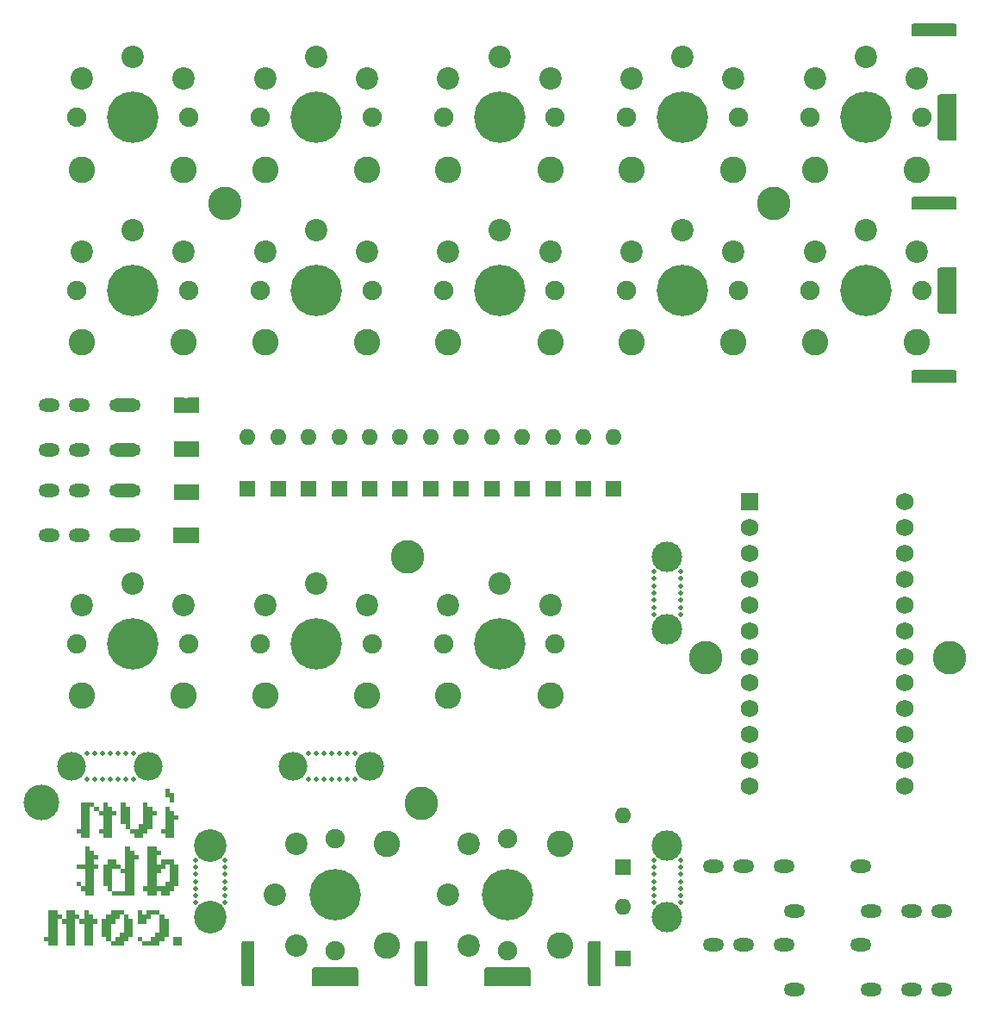
<source format=gbs>
%TF.GenerationSoftware,KiCad,Pcbnew,9.0.2*%
%TF.CreationDate,2026-01-27T22:30:12+01:00*%
%TF.ProjectId,obiwanstenobit,6f626977-616e-4737-9465-6e6f6269742e,rev?*%
%TF.SameCoordinates,Original*%
%TF.FileFunction,Soldermask,Bot*%
%TF.FilePolarity,Negative*%
%FSLAX46Y46*%
G04 Gerber Fmt 4.6, Leading zero omitted, Abs format (unit mm)*
G04 Created by KiCad (PCBNEW 9.0.2) date 2026-01-27 22:30:12*
%MOMM*%
%LPD*%
G01*
G04 APERTURE LIST*
G04 Aperture macros list*
%AMRoundRect*
0 Rectangle with rounded corners*
0 $1 Rounding radius*
0 $2 $3 $4 $5 $6 $7 $8 $9 X,Y pos of 4 corners*
0 Add a 4 corners polygon primitive as box body*
4,1,4,$2,$3,$4,$5,$6,$7,$8,$9,$2,$3,0*
0 Add four circle primitives for the rounded corners*
1,1,$1+$1,$2,$3*
1,1,$1+$1,$4,$5*
1,1,$1+$1,$6,$7*
1,1,$1+$1,$8,$9*
0 Add four rect primitives between the rounded corners*
20,1,$1+$1,$2,$3,$4,$5,0*
20,1,$1+$1,$4,$5,$6,$7,0*
20,1,$1+$1,$6,$7,$8,$9,0*
20,1,$1+$1,$8,$9,$2,$3,0*%
%AMFreePoly0*
4,1,6,1.000000,0.000000,0.500000,-0.750000,-0.500000,-0.750000,-0.500000,0.750000,0.500000,0.750000,1.000000,0.000000,1.000000,0.000000,$1*%
%AMFreePoly1*
4,1,6,0.500000,-0.750000,-0.650000,-0.750000,-0.150000,0.000000,-0.650000,0.750000,0.500000,0.750000,0.500000,-0.750000,0.500000,-0.750000,$1*%
%AMFreePoly2*
4,1,15,-0.950000,1.965000,-0.942430,2.030251,-0.900124,2.126064,-0.826064,2.200124,-0.730251,2.242430,-0.665000,2.250000,0.950000,2.250000,0.950000,-2.250000,-0.665000,-2.250000,-0.730251,-2.242430,-0.826064,-2.200124,-0.900124,-2.126064,-0.942430,-2.030251,-0.950000,-1.965000,-0.950000,1.965000,-0.950000,1.965000,$1*%
G04 Aperture macros list end*
%ADD10C,0.150000*%
%ADD11C,1.900000*%
%ADD12C,2.600000*%
%ADD13C,5.050000*%
%ADD14C,2.200000*%
%ADD15O,2.100000X1.300000*%
%ADD16C,3.000000*%
%ADD17C,0.500000*%
%ADD18R,1.600000X1.600000*%
%ADD19O,1.600000X1.600000*%
%ADD20R,1.752600X1.752600*%
%ADD21C,1.752600*%
%ADD22C,3.208000*%
%ADD23C,3.300000*%
%ADD24O,3.100000X1.300000*%
%ADD25C,2.833000*%
%ADD26C,3.500000*%
%ADD27FreePoly0,0.000000*%
%ADD28FreePoly1,0.000000*%
%ADD29FreePoly2,0.000000*%
%ADD30RoundRect,0.190500X-0.444500X2.049500X-0.444500X-2.049500X0.444500X-2.049500X0.444500X2.049500X0*%
%ADD31RoundRect,0.190500X2.049500X0.444500X-2.049500X0.444500X-2.049500X-0.444500X2.049500X-0.444500X0*%
%ADD32FreePoly2,270.000000*%
G04 APERTURE END LIST*
D10*
G36*
X123312805Y-111910722D02*
G01*
X123312805Y-111473527D01*
X123312805Y-111036333D01*
X122875610Y-111036333D01*
X122875610Y-110599138D01*
X122438415Y-110599138D01*
X122438415Y-111036333D01*
X122438415Y-111473527D01*
X122875610Y-111473527D01*
X122875610Y-111910722D01*
X123312805Y-111910722D01*
G37*
G36*
X122875610Y-115408280D02*
G01*
X123312805Y-115408280D01*
X123312805Y-114971085D01*
X123312805Y-114533890D01*
X123312805Y-114096695D01*
X123312805Y-113659501D01*
X123750000Y-113659501D01*
X123750000Y-113222306D01*
X123312805Y-113222306D01*
X123312805Y-112785111D01*
X122875610Y-112785111D01*
X122875610Y-112347917D01*
X122438415Y-112347917D01*
X122438415Y-112785111D01*
X122438415Y-113222306D01*
X122438415Y-113659501D01*
X122438415Y-114096695D01*
X122438415Y-114533890D01*
X122001221Y-114533890D01*
X122001221Y-114971085D01*
X122438415Y-114971085D01*
X122438415Y-115408280D01*
X122875610Y-115408280D01*
G37*
G36*
X119817690Y-115408280D02*
G01*
X120254884Y-115408280D01*
X120254884Y-114971085D01*
X120692079Y-114971085D01*
X120692079Y-114533890D01*
X121129274Y-114533890D01*
X121129274Y-114096695D01*
X121129274Y-113659501D01*
X121129274Y-113222306D01*
X121566468Y-113222306D01*
X121566468Y-112785111D01*
X121129274Y-112785111D01*
X121129274Y-112347917D01*
X120692079Y-112347917D01*
X120692079Y-111910722D01*
X120254884Y-111910722D01*
X120254884Y-112347917D01*
X120254884Y-112785111D01*
X120254884Y-113222306D01*
X120254884Y-113659501D01*
X120254884Y-114096695D01*
X119817690Y-114096695D01*
X119817690Y-114533890D01*
X119380495Y-114533890D01*
X118943300Y-114533890D01*
X118943300Y-114971085D01*
X119380495Y-114971085D01*
X119380495Y-115408280D01*
X119817690Y-115408280D01*
G37*
G36*
X118943300Y-114533890D02*
G01*
X118943300Y-114096695D01*
X118943300Y-113659501D01*
X118943300Y-113222306D01*
X118943300Y-112785111D01*
X118943300Y-112347917D01*
X118506106Y-112347917D01*
X118506106Y-111910722D01*
X118068911Y-111910722D01*
X118068911Y-112347917D01*
X118068911Y-112785111D01*
X118068911Y-113222306D01*
X118068911Y-113659501D01*
X118068911Y-114096695D01*
X118506106Y-114096695D01*
X118506106Y-114533890D01*
X118943300Y-114533890D01*
G37*
G36*
X114568911Y-115408280D02*
G01*
X115006106Y-115408280D01*
X115006106Y-114971085D01*
X115006106Y-114533890D01*
X115006106Y-114096695D01*
X115006106Y-113659501D01*
X115006106Y-113222306D01*
X115006106Y-112785111D01*
X115006106Y-112347917D01*
X115443300Y-112347917D01*
X115443300Y-112785111D01*
X115880495Y-112785111D01*
X115880495Y-113222306D01*
X116317690Y-113222306D01*
X116317690Y-113659501D01*
X116317690Y-114096695D01*
X116317690Y-114533890D01*
X115880495Y-114533890D01*
X115880495Y-114971085D01*
X116317690Y-114971085D01*
X116317690Y-115408280D01*
X116754884Y-115408280D01*
X117192079Y-115408280D01*
X117192079Y-114971085D01*
X117192079Y-114533890D01*
X117192079Y-114096695D01*
X117192079Y-113659501D01*
X117192079Y-113222306D01*
X117629274Y-113222306D01*
X117629274Y-112785111D01*
X117192079Y-112785111D01*
X117192079Y-112347917D01*
X116754884Y-112347917D01*
X116754884Y-111910722D01*
X116317690Y-111910722D01*
X116317690Y-112347917D01*
X116317690Y-112785111D01*
X115880495Y-112785111D01*
X115880495Y-112347917D01*
X115443300Y-112347917D01*
X115443300Y-111910722D01*
X115006106Y-111910722D01*
X114568911Y-111910722D01*
X114131716Y-111910722D01*
X114131716Y-112347917D01*
X114131716Y-112785111D01*
X114131716Y-113222306D01*
X114131716Y-113659501D01*
X114131716Y-114096695D01*
X114131716Y-114533890D01*
X113694521Y-114533890D01*
X113694521Y-114971085D01*
X114131716Y-114971085D01*
X114131716Y-115408280D01*
X114568911Y-115408280D01*
G37*
G36*
X121564026Y-116702997D02*
G01*
X122001221Y-116702997D01*
X122001221Y-117140191D01*
X121564026Y-117140191D01*
X121564026Y-117577386D01*
X121564026Y-118014581D01*
X122001221Y-118014581D01*
X122001221Y-117577386D01*
X122438415Y-117577386D01*
X122875610Y-117577386D01*
X123312805Y-117577386D01*
X123312805Y-118014581D01*
X123750000Y-118014581D01*
X123750000Y-118451775D01*
X123750000Y-118888970D01*
X123750000Y-119326165D01*
X123750000Y-119763359D01*
X123750000Y-120200554D01*
X123312805Y-120200554D01*
X123312805Y-120637749D01*
X122875610Y-120637749D01*
X122875610Y-121074944D01*
X122438415Y-121074944D01*
X122001221Y-121074944D01*
X122001221Y-120637749D01*
X121564026Y-120637749D01*
X121564026Y-121074944D01*
X121126831Y-121074944D01*
X120689637Y-121074944D01*
X120689637Y-120637749D01*
X120252442Y-120637749D01*
X120252442Y-120200554D01*
X120689637Y-120200554D01*
X120689637Y-119763359D01*
X120689637Y-119326165D01*
X120689637Y-118888970D01*
X121564026Y-118888970D01*
X121564026Y-119326165D01*
X121564026Y-119763359D01*
X121564026Y-120200554D01*
X122001221Y-120200554D01*
X122438415Y-120200554D01*
X122438415Y-119763359D01*
X122875610Y-119763359D01*
X122875610Y-119326165D01*
X122875610Y-118888970D01*
X122875610Y-118451775D01*
X122875610Y-118014581D01*
X122438415Y-118014581D01*
X122438415Y-118451775D01*
X122001221Y-118451775D01*
X122001221Y-118888970D01*
X121564026Y-118888970D01*
X120689637Y-118888970D01*
X120689637Y-118451775D01*
X120689637Y-118014581D01*
X120689637Y-117577386D01*
X120689637Y-117140191D01*
X120689637Y-116702997D01*
X120689637Y-116265802D01*
X121126831Y-116265802D01*
X121564026Y-116265802D01*
X121564026Y-116702997D01*
G37*
G36*
X117626831Y-120637749D02*
G01*
X117189637Y-120637749D01*
X117189637Y-121074944D01*
X117626831Y-121074944D01*
X118064026Y-121074944D01*
X118501221Y-121074944D01*
X118938415Y-121074944D01*
X119375610Y-121074944D01*
X119375610Y-120637749D01*
X119375610Y-120200554D01*
X119375610Y-119763359D01*
X119375610Y-119326165D01*
X119375610Y-118888970D01*
X119375610Y-118451775D01*
X119375610Y-118014581D01*
X119375610Y-117577386D01*
X119812805Y-117577386D01*
X119812805Y-117140191D01*
X119375610Y-117140191D01*
X119375610Y-116702997D01*
X118938415Y-116702997D01*
X118938415Y-116265802D01*
X118501221Y-116265802D01*
X118501221Y-116702997D01*
X118501221Y-117140191D01*
X118501221Y-117577386D01*
X118501221Y-118014581D01*
X118501221Y-118451775D01*
X118064026Y-118451775D01*
X118064026Y-118888970D01*
X118501221Y-118888970D01*
X118501221Y-119326165D01*
X118501221Y-119763359D01*
X118501221Y-120200554D01*
X118501221Y-120637749D01*
X118064026Y-120637749D01*
X117626831Y-120637749D01*
G37*
G36*
X117189637Y-120637749D02*
G01*
X117189637Y-120200554D01*
X117189637Y-119763359D01*
X117189637Y-119326165D01*
X117189637Y-118888970D01*
X117189637Y-118451775D01*
X117626831Y-118451775D01*
X118064026Y-118451775D01*
X118064026Y-118014581D01*
X117626831Y-118014581D01*
X117626831Y-117577386D01*
X117189637Y-117577386D01*
X116752442Y-117577386D01*
X116752442Y-118014581D01*
X116315247Y-118014581D01*
X116315247Y-118451775D01*
X116315247Y-118888970D01*
X116315247Y-119326165D01*
X116315247Y-119763359D01*
X116315247Y-120200554D01*
X116752442Y-120200554D01*
X116752442Y-120637749D01*
X117189637Y-120637749D01*
G37*
G36*
X115001221Y-121074944D02*
G01*
X115438415Y-121074944D01*
X115438415Y-120637749D01*
X115438415Y-120200554D01*
X115438415Y-119763359D01*
X115438415Y-119326165D01*
X115438415Y-118888970D01*
X115438415Y-118451775D01*
X115875610Y-118451775D01*
X115875610Y-118014581D01*
X115438415Y-118014581D01*
X115438415Y-117577386D01*
X115875610Y-117577386D01*
X115875610Y-117140191D01*
X115438415Y-117140191D01*
X115438415Y-116702997D01*
X115001221Y-116702997D01*
X115001221Y-116265802D01*
X114564026Y-116265802D01*
X114564026Y-116702997D01*
X114564026Y-117140191D01*
X114564026Y-117577386D01*
X114564026Y-118014581D01*
X114126831Y-118014581D01*
X113689637Y-118014581D01*
X113689637Y-118451775D01*
X114126831Y-118451775D01*
X114564026Y-118451775D01*
X114564026Y-118888970D01*
X114564026Y-119326165D01*
X114564026Y-119763359D01*
X114564026Y-120200554D01*
X114126831Y-120200554D01*
X114126831Y-120637749D01*
X114564026Y-120637749D01*
X114564026Y-121074944D01*
X115001221Y-121074944D01*
G37*
G36*
X114126831Y-120200554D02*
G01*
X114126831Y-119763359D01*
X113689637Y-119763359D01*
X113689637Y-120200554D01*
X114126831Y-120200554D01*
G37*
G36*
X123625610Y-126033275D02*
G01*
X124062805Y-126033275D01*
X124062805Y-125596080D01*
X124062805Y-125158885D01*
X123625610Y-125158885D01*
X123188415Y-125158885D01*
X123188415Y-125596080D01*
X123188415Y-126033275D01*
X123625610Y-126033275D01*
G37*
G36*
X120565247Y-125596080D02*
G01*
X120128053Y-125596080D01*
X120128053Y-126033275D01*
X120565247Y-126033275D01*
X121002442Y-126033275D01*
X121439637Y-126033275D01*
X121876831Y-126033275D01*
X121876831Y-125596080D01*
X122314026Y-125596080D01*
X122314026Y-125158885D01*
X122751221Y-125158885D01*
X122751221Y-124721690D01*
X122751221Y-124284496D01*
X122751221Y-123847301D01*
X122751221Y-123410106D01*
X122314026Y-123410106D01*
X122314026Y-122972912D01*
X121876831Y-122972912D01*
X121876831Y-123410106D01*
X121876831Y-123847301D01*
X121876831Y-124284496D01*
X121876831Y-124721690D01*
X121439637Y-124721690D01*
X121439637Y-125158885D01*
X121002442Y-125158885D01*
X121002442Y-125596080D01*
X120565247Y-125596080D01*
G37*
G36*
X120128053Y-125596080D02*
G01*
X120128053Y-125158885D01*
X119690858Y-125158885D01*
X119690858Y-125596080D01*
X120128053Y-125596080D01*
G37*
G36*
X120128053Y-123847301D02*
G01*
X120565247Y-123847301D01*
X120565247Y-123410106D01*
X121002442Y-123410106D01*
X121002442Y-122972912D01*
X121439637Y-122972912D01*
X121876831Y-122972912D01*
X121876831Y-122535717D01*
X121439637Y-122535717D01*
X121002442Y-122535717D01*
X120565247Y-122535717D01*
X120565247Y-122972912D01*
X120128053Y-122972912D01*
X120128053Y-122535717D01*
X119690858Y-122535717D01*
X119690858Y-122972912D01*
X119690858Y-123410106D01*
X119690858Y-123847301D01*
X120128053Y-123847301D01*
G37*
G36*
X117504884Y-126033275D02*
G01*
X117942079Y-126033275D01*
X118379274Y-126033275D01*
X118379274Y-125596080D01*
X118816468Y-125596080D01*
X118816468Y-125158885D01*
X119253663Y-125158885D01*
X119253663Y-124721690D01*
X119253663Y-124284496D01*
X119253663Y-123847301D01*
X119253663Y-123410106D01*
X118816468Y-123410106D01*
X118816468Y-122972912D01*
X118379274Y-122972912D01*
X118379274Y-123410106D01*
X118379274Y-123847301D01*
X118379274Y-124284496D01*
X118379274Y-124721690D01*
X117942079Y-124721690D01*
X117942079Y-125158885D01*
X117504884Y-125158885D01*
X117504884Y-125596080D01*
X117067690Y-125596080D01*
X117067690Y-126033275D01*
X117504884Y-126033275D01*
G37*
G36*
X117067690Y-125596080D02*
G01*
X117067690Y-125158885D01*
X117067690Y-124721690D01*
X117067690Y-124284496D01*
X117067690Y-123847301D01*
X117504884Y-123847301D01*
X117504884Y-123410106D01*
X117942079Y-123410106D01*
X117942079Y-122972912D01*
X118379274Y-122972912D01*
X118379274Y-122535717D01*
X117942079Y-122535717D01*
X117504884Y-122535717D01*
X117067690Y-122535717D01*
X117067690Y-122972912D01*
X116630495Y-122972912D01*
X116630495Y-123410106D01*
X116193300Y-123410106D01*
X116193300Y-123847301D01*
X116193300Y-124284496D01*
X116193300Y-124721690D01*
X116193300Y-125158885D01*
X116630495Y-125158885D01*
X116630495Y-125596080D01*
X117067690Y-125596080D01*
G37*
G36*
X111384159Y-126033275D02*
G01*
X111821353Y-126033275D01*
X111821353Y-125596080D01*
X111821353Y-125158885D01*
X111821353Y-124721690D01*
X111821353Y-124284496D01*
X111821353Y-123847301D01*
X111821353Y-123410106D01*
X112258548Y-123410106D01*
X112258548Y-123847301D01*
X112695743Y-123847301D01*
X112695743Y-124284496D01*
X112695743Y-124721690D01*
X112695743Y-125158885D01*
X112695743Y-125596080D01*
X112695743Y-126033275D01*
X113132937Y-126033275D01*
X113570132Y-126033275D01*
X113570132Y-125596080D01*
X113570132Y-125158885D01*
X113570132Y-124721690D01*
X113570132Y-124284496D01*
X113570132Y-123847301D01*
X113570132Y-123410106D01*
X114007327Y-123410106D01*
X114007327Y-123847301D01*
X114444521Y-123847301D01*
X114444521Y-124284496D01*
X114444521Y-124721690D01*
X114444521Y-125158885D01*
X114444521Y-125596080D01*
X114444521Y-126033275D01*
X114881716Y-126033275D01*
X115318911Y-126033275D01*
X115318911Y-125596080D01*
X115318911Y-125158885D01*
X115318911Y-124721690D01*
X115318911Y-124284496D01*
X115318911Y-123847301D01*
X115756106Y-123847301D01*
X115756106Y-123410106D01*
X115318911Y-123410106D01*
X115318911Y-122972912D01*
X114881716Y-122972912D01*
X114881716Y-122535717D01*
X114444521Y-122535717D01*
X114444521Y-122972912D01*
X114444521Y-123410106D01*
X114007327Y-123410106D01*
X114007327Y-122972912D01*
X113570132Y-122972912D01*
X113570132Y-122535717D01*
X113132937Y-122535717D01*
X112695743Y-122535717D01*
X112695743Y-122972912D01*
X112695743Y-123410106D01*
X112258548Y-123410106D01*
X112258548Y-122972912D01*
X111821353Y-122972912D01*
X111821353Y-122535717D01*
X111384159Y-122535717D01*
X110946964Y-122535717D01*
X110946964Y-122972912D01*
X110946964Y-123410106D01*
X110946964Y-123847301D01*
X110946964Y-124284496D01*
X110946964Y-124721690D01*
X110946964Y-125158885D01*
X110509769Y-125158885D01*
X110509769Y-125596080D01*
X110946964Y-125596080D01*
X110946964Y-126033275D01*
X111384159Y-126033275D01*
G37*
%TO.C,JP1*%
G36*
X123275000Y-73708299D02*
G01*
X125725000Y-73708299D01*
X125725000Y-72208299D01*
X123275000Y-72208299D01*
X123275000Y-73708299D01*
G37*
%TO.C,JP7*%
G36*
X123250000Y-86458293D02*
G01*
X125700000Y-86458293D01*
X125700000Y-84958293D01*
X123250000Y-84958293D01*
X123250000Y-86458293D01*
G37*
%TO.C,JP3*%
G36*
X123275000Y-77958297D02*
G01*
X125725000Y-77958297D01*
X125725000Y-76458297D01*
X123275000Y-76458297D01*
X123275000Y-77958297D01*
G37*
%TO.C,JP5*%
G36*
X123275000Y-82208295D02*
G01*
X125725000Y-82208295D01*
X125725000Y-80708295D01*
X123275000Y-80708295D01*
X123275000Y-82208295D01*
G37*
%TD*%
D11*
%TO.C,MX15*%
X156083340Y-126541615D03*
D12*
X161233340Y-126041615D03*
D13*
X156083340Y-121041615D03*
D12*
X161233340Y-116041615D03*
D11*
X156083340Y-115541615D03*
D14*
X150183340Y-121041615D03*
X152283340Y-126041615D03*
X152283340Y-116041615D03*
%TD*%
D15*
%TO.C,J15*%
X190755000Y-118216610D03*
X191755000Y-122616610D03*
X195755000Y-122616610D03*
X198755000Y-122616610D03*
%TD*%
D16*
%TO.C,mouse-bite-2.54mm-slot*%
X171750000Y-123249777D03*
D17*
X170420000Y-121808277D03*
X173080000Y-121808277D03*
X170420000Y-121108277D03*
X173080000Y-121108277D03*
X170420000Y-120408277D03*
X173080000Y-120408277D03*
X170420000Y-119708277D03*
X173080000Y-119708277D03*
X170420000Y-119008277D03*
X173080000Y-119008277D03*
X170420000Y-118308277D03*
X173080000Y-118308277D03*
X170420000Y-117608277D03*
X173080000Y-117608277D03*
D16*
X171750000Y-116152277D03*
%TD*%
D11*
%TO.C,MX13*%
X149750000Y-96333288D03*
D12*
X150250000Y-101483288D03*
D13*
X155250000Y-96333288D03*
D12*
X160250000Y-101483288D03*
D11*
X160750000Y-96333288D03*
D14*
X155250000Y-90433288D03*
X150250000Y-92533288D03*
X160250000Y-92533288D03*
%TD*%
D18*
%TO.C,D11*%
X160500000Y-81147963D03*
D19*
X160500000Y-76067963D03*
%TD*%
D15*
%TO.C,J16*%
X190755000Y-125936610D03*
X191755000Y-130336610D03*
X195755000Y-130336610D03*
X198755000Y-130336610D03*
%TD*%
D18*
%TO.C,D15*%
X167416668Y-118314615D03*
D19*
X167416668Y-113234615D03*
%TD*%
D20*
%TO.C,U1*%
X179880000Y-82363288D03*
D21*
X179880000Y-84903288D03*
X179880000Y-87443288D03*
X179880000Y-89983288D03*
X179880000Y-92523288D03*
X179880000Y-95063288D03*
X179880000Y-97603288D03*
X179880000Y-100143288D03*
X179880000Y-102683288D03*
X179880000Y-105223288D03*
X179880000Y-107763288D03*
X179880000Y-110303288D03*
X195120000Y-110303288D03*
X195120000Y-107763288D03*
X195120000Y-105223288D03*
X195120000Y-102683288D03*
X195120000Y-100143288D03*
X195120000Y-97603288D03*
X195120000Y-95063288D03*
X195120000Y-92523288D03*
X195120000Y-89983288D03*
X195120000Y-87443288D03*
X195120000Y-84903288D03*
X195120000Y-82363288D03*
%TD*%
D22*
%TO.C,mouse-bite-2.54mm-slot*%
X126854000Y-123249777D03*
D17*
X125420000Y-121808277D03*
X128288000Y-121808277D03*
X125420000Y-121108277D03*
X128288000Y-121108277D03*
X125420000Y-120408277D03*
X128288000Y-120408277D03*
X125420000Y-119708277D03*
X128288000Y-119708277D03*
X125420000Y-119008277D03*
X128288000Y-119008277D03*
X125420000Y-118308277D03*
X128288000Y-118308277D03*
X125420000Y-117608277D03*
X128288000Y-117608277D03*
D22*
X126854000Y-116152277D03*
%TD*%
D11*
%TO.C,MX8*%
X149750000Y-61624971D03*
D12*
X150250000Y-66774971D03*
D13*
X155250000Y-61624971D03*
D12*
X160250000Y-66774971D03*
D11*
X160750000Y-61624971D03*
D14*
X155250000Y-55724971D03*
X150250000Y-57824971D03*
X160250000Y-57824971D03*
%TD*%
D15*
%TO.C,J14*%
X184245000Y-130336610D03*
X183245000Y-125936610D03*
X179245000Y-125936610D03*
X176245000Y-125936610D03*
%TD*%
D11*
%TO.C,MX5*%
X185750000Y-44624979D03*
D12*
X186250000Y-49774979D03*
D13*
X191250000Y-44624979D03*
D12*
X196250000Y-49774979D03*
D11*
X196750000Y-44624979D03*
D14*
X191250000Y-38724979D03*
X186250000Y-40824979D03*
X196250000Y-40824979D03*
%TD*%
D11*
%TO.C,MX3*%
X149750000Y-44624979D03*
D12*
X150250000Y-49774979D03*
D13*
X155250000Y-44624979D03*
D12*
X160250000Y-49774979D03*
D11*
X160750000Y-44624979D03*
D14*
X155250000Y-38724979D03*
X150250000Y-40824979D03*
X160250000Y-40824979D03*
%TD*%
D18*
%TO.C,D2*%
X133500000Y-81147963D03*
D19*
X133500000Y-76067963D03*
%TD*%
D11*
%TO.C,MX1*%
X113750000Y-44624979D03*
D12*
X114250000Y-49774979D03*
D13*
X119250000Y-44624979D03*
D12*
X124250000Y-49774979D03*
D11*
X124750000Y-44624979D03*
D14*
X119250000Y-38724979D03*
X114250000Y-40824979D03*
X124250000Y-40824979D03*
%TD*%
D23*
%TO.C,HOLE5*%
X175500000Y-97749954D03*
%TD*%
D18*
%TO.C,D4*%
X139500000Y-81147963D03*
D19*
X139500000Y-76067963D03*
%TD*%
D11*
%TO.C,MX2*%
X131750000Y-44624979D03*
D12*
X132250000Y-49774979D03*
D13*
X137250000Y-44624979D03*
D12*
X142250000Y-49774979D03*
D11*
X142750000Y-44624979D03*
D14*
X137250000Y-38724979D03*
X132250000Y-40824979D03*
X142250000Y-40824979D03*
%TD*%
D11*
%TO.C,MX4*%
X167750000Y-44624979D03*
D12*
X168250000Y-49774979D03*
D13*
X173250000Y-44624979D03*
D12*
X178250000Y-49774979D03*
D11*
X178750000Y-44624979D03*
D14*
X173250000Y-38724979D03*
X168250000Y-40824979D03*
X178250000Y-40824979D03*
%TD*%
D11*
%TO.C,MX12*%
X131750000Y-96333288D03*
D12*
X132250000Y-101483288D03*
D13*
X137250000Y-96333288D03*
D12*
X142250000Y-101483288D03*
D11*
X142750000Y-96333288D03*
D14*
X137250000Y-90433288D03*
X132250000Y-92533288D03*
X142250000Y-92533288D03*
%TD*%
D23*
%TO.C,HOLE5*%
X147583344Y-112041615D03*
%TD*%
D18*
%TO.C,D8*%
X151500000Y-81147963D03*
D19*
X151500000Y-76067963D03*
%TD*%
D18*
%TO.C,D5*%
X142500000Y-81147963D03*
D19*
X142500000Y-76067963D03*
%TD*%
D23*
%TO.C,HOLE5*%
X182250000Y-53124975D03*
%TD*%
D24*
%TO.C,J18*%
X118495000Y-85711631D03*
X118495000Y-81311631D03*
D15*
X113995000Y-81311631D03*
X113995000Y-85711631D03*
X110995000Y-81311631D03*
X110995000Y-85711631D03*
%TD*%
D18*
%TO.C,D3*%
X136500000Y-81147963D03*
D19*
X136500000Y-76067963D03*
%TD*%
D15*
%TO.C,J13*%
X184245000Y-122616610D03*
X183245000Y-118216610D03*
X179245000Y-118216610D03*
X176245000Y-118216610D03*
%TD*%
D11*
%TO.C,MX14*%
X139083348Y-126541615D03*
D12*
X144233348Y-126041615D03*
D13*
X139083348Y-121041615D03*
D12*
X144233348Y-116041615D03*
D11*
X139083348Y-115541615D03*
D14*
X133183348Y-121041615D03*
X135283348Y-126041615D03*
X135283348Y-116041615D03*
%TD*%
D18*
%TO.C,D12*%
X163500000Y-81147963D03*
D19*
X163500000Y-76067963D03*
%TD*%
D18*
%TO.C,D7*%
X148500000Y-81147963D03*
D19*
X148500000Y-76067963D03*
%TD*%
D18*
%TO.C,D13*%
X166500000Y-81147963D03*
D19*
X166500000Y-76067963D03*
%TD*%
D16*
%TO.C,mouse-bite-2.54mm-slot*%
X171750000Y-94916457D03*
D17*
X170420000Y-93474957D03*
X173080000Y-93474957D03*
X170420000Y-92774957D03*
X173080000Y-92774957D03*
X170420000Y-92074957D03*
X173080000Y-92074957D03*
X170420000Y-91374957D03*
X173080000Y-91374957D03*
X170420000Y-90674957D03*
X173080000Y-90674957D03*
X170420000Y-89974957D03*
X173080000Y-89974957D03*
X170420000Y-89274957D03*
X173080000Y-89274957D03*
D16*
X171750000Y-87818957D03*
%TD*%
D25*
%TO.C,mouse-bite-2.54mm-slot*%
X113250000Y-108374949D03*
D17*
X114714000Y-107104949D03*
X114714000Y-109644949D03*
X115476000Y-107104949D03*
X115476000Y-109644949D03*
X116238000Y-107104949D03*
X116238000Y-109644949D03*
X117000000Y-107104949D03*
X117000000Y-109644949D03*
X117762000Y-107104949D03*
X117762000Y-109644949D03*
X118524000Y-107104949D03*
X118524000Y-109644949D03*
X119286000Y-107104949D03*
X119286000Y-109644949D03*
D25*
X120750000Y-108374949D03*
%TD*%
D18*
%TO.C,D10*%
X157500000Y-81147963D03*
D19*
X157500000Y-76067963D03*
%TD*%
D24*
%TO.C,J17*%
X118495000Y-77283298D03*
X118495000Y-72883298D03*
D15*
X113995000Y-72883298D03*
X113995000Y-77283298D03*
X110995000Y-72883298D03*
X110995000Y-77283298D03*
%TD*%
D23*
%TO.C,HOLE5*%
X128250000Y-53124975D03*
%TD*%
D18*
%TO.C,D1*%
X130500000Y-81147963D03*
D19*
X130500000Y-76067963D03*
%TD*%
D26*
%TO.C,HOLE5*%
X110250000Y-111916614D03*
%TD*%
D11*
%TO.C,MX11*%
X113750000Y-96333288D03*
D12*
X114250000Y-101483288D03*
D13*
X119250000Y-96333288D03*
D12*
X124250000Y-101483288D03*
D11*
X124750000Y-96333288D03*
D14*
X119250000Y-90433288D03*
X114250000Y-92533288D03*
X124250000Y-92533288D03*
%TD*%
D18*
%TO.C,D9*%
X154500000Y-81147963D03*
D19*
X154500000Y-76067963D03*
%TD*%
D23*
%TO.C,HOLE5*%
X146250000Y-87833292D03*
%TD*%
%TO.C,HOLE5*%
X199500000Y-97749954D03*
%TD*%
D25*
%TO.C,mouse-bite-2.54mm-slot*%
X135000000Y-108374949D03*
D17*
X136464000Y-107104949D03*
X136464000Y-109644949D03*
X137226000Y-107104949D03*
X137226000Y-109644949D03*
X137988000Y-107104949D03*
X137988000Y-109644949D03*
X138750000Y-107104949D03*
X138750000Y-109644949D03*
X139512000Y-107104949D03*
X139512000Y-109644949D03*
X140274000Y-107104949D03*
X140274000Y-109644949D03*
X141036000Y-107104949D03*
X141036000Y-109644949D03*
D25*
X142500000Y-108374949D03*
%TD*%
D11*
%TO.C,MX6*%
X113750000Y-61624971D03*
D12*
X114250000Y-66774971D03*
D13*
X119250000Y-61624971D03*
D12*
X124250000Y-66774971D03*
D11*
X124750000Y-61624971D03*
D14*
X119250000Y-55724971D03*
X114250000Y-57824971D03*
X124250000Y-57824971D03*
%TD*%
D11*
%TO.C,MX9*%
X167750000Y-61624971D03*
D12*
X168250000Y-66774971D03*
D13*
X173250000Y-61624971D03*
D12*
X178250000Y-66774971D03*
D11*
X178750000Y-61624971D03*
D14*
X173250000Y-55724971D03*
X168250000Y-57824971D03*
X178250000Y-57824971D03*
%TD*%
D18*
%TO.C,D14*%
X167416668Y-127314615D03*
D19*
X167416668Y-122234615D03*
%TD*%
D11*
%TO.C,MX7*%
X131750000Y-61624971D03*
D12*
X132250000Y-66774971D03*
D13*
X137250000Y-61624971D03*
D12*
X142250000Y-66774971D03*
D11*
X142750000Y-61624971D03*
D14*
X137250000Y-55724971D03*
X132250000Y-57824971D03*
X142250000Y-57824971D03*
%TD*%
D11*
%TO.C,MX10*%
X185750000Y-61624971D03*
D12*
X186250000Y-66774971D03*
D13*
X191250000Y-61624971D03*
D12*
X196250000Y-66774971D03*
D11*
X196750000Y-61624971D03*
D14*
X191250000Y-55724971D03*
X186250000Y-57824971D03*
X196250000Y-57824971D03*
%TD*%
D18*
%TO.C,D6*%
X145500000Y-81147963D03*
D19*
X145500000Y-76067963D03*
%TD*%
D27*
%TO.C,JP1*%
X123775000Y-72958299D03*
D28*
X125225000Y-72958299D03*
%TD*%
D29*
%TO.C,REF\u002A\u002A*%
X199263000Y-61624971D03*
%TD*%
D30*
%TO.C,J12*%
X164583336Y-127791615D03*
%TD*%
D31*
%TO.C,J2*%
X198000000Y-36124983D03*
%TD*%
D27*
%TO.C,JP7*%
X123750000Y-85708293D03*
D28*
X125200000Y-85708293D03*
%TD*%
D31*
%TO.C,J6*%
X198000000Y-70124967D03*
%TD*%
D29*
%TO.C,REF\u002A\u002A*%
X199263000Y-44624979D03*
%TD*%
D30*
%TO.C,J8*%
X130583352Y-127791615D03*
%TD*%
D32*
%TO.C,REF\u002A\u002A*%
X139083348Y-129063615D03*
%TD*%
%TO.C,REF\u002A\u002A*%
X156083340Y-129063615D03*
%TD*%
D27*
%TO.C,JP3*%
X123775000Y-77208297D03*
D28*
X125225000Y-77208297D03*
%TD*%
D31*
%TO.C,J4*%
X198000000Y-53124975D03*
%TD*%
D30*
%TO.C,J10*%
X147583344Y-127791615D03*
%TD*%
D27*
%TO.C,JP5*%
X123775000Y-81458295D03*
D28*
X125225000Y-81458295D03*
%TD*%
M02*

</source>
